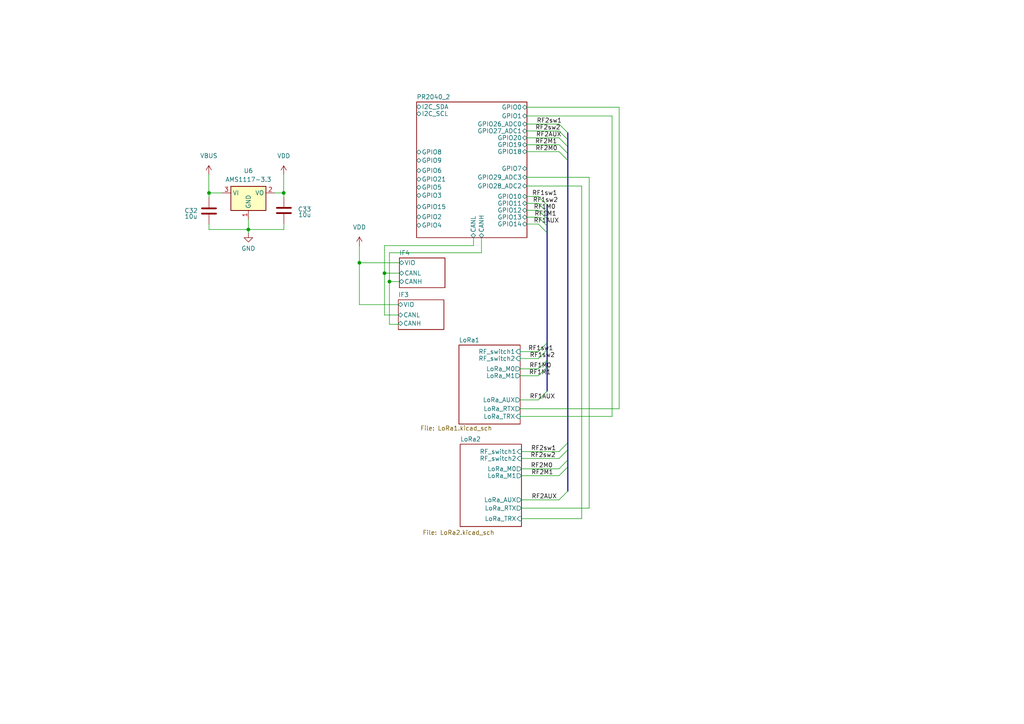
<source format=kicad_sch>
(kicad_sch (version 20231120) (generator "eeschema") (generator_version "8.0")
  (paper "A4")
  (lib_symbols
    (symbol "Device:C" (pin_numbers hide) (pin_names (offset 0.254))
      (property "Reference" "C" (at 0.635 2.54 0))
      (property "Value" "C" (at 0.635 -2.54 0))
      (symbol "C_0_1"
        (polyline (pts (xy -2.032 -0.762) (xy 2.032 -0.762)) (stroke (width 0.508)))
        (polyline (pts (xy -2.032 0.762) (xy 2.032 0.762)) (stroke (width 0.508)))
      )
      (symbol "C_1_1"
        (pin passive line (at 0 3.81 270) (length 2.794) (name "~") (number "1"))
        (pin passive line (at 0 -3.81 90) (length 2.794) (name "~") (number "2"))
      )
    )
    (symbol "Regulator_Linear:AMS1117-3.3"
      (property "Reference" "U" (at -3.81 3.175 0))
      (property "Value" "AMS1117-3.3" (at 0 3.175 0))
      (symbol "AMS1117-3.3_0_1"
        (rectangle (start -5.08 -5.08) (end 5.08 1.905) (stroke (width 0.254)) (fill (type background)))
      )
      (symbol "AMS1117-3.3_1_1"
        (pin power_in line (at 0 -7.62 90) (length 2.54) (name "GND") (number "1"))
        (pin power_out line (at 7.62 0 180) (length 2.54) (name "VO") (number "2"))
        (pin power_in line (at -7.62 0 0) (length 2.54) (name "VI") (number "3"))
      )
    )
    (symbol "power:GND" (power) (pin_numbers hide) (pin_names (offset 0) hide)
      (property "Value" "GND" (at 0 -3.81 0))
      (symbol "GND_0_1"
        (polyline (pts (xy 0 0) (xy 0 -1.27) (xy 1.27 -1.27) (xy 0 -2.54) (xy -1.27 -1.27) (xy 0 -1.27)))
      )
      (symbol "GND_1_1"
        (pin power_in line (at 0 0 270) (length 0) (name "~") (number "1"))
      )
    )
    (symbol "power:VBUS" (power) (pin_numbers hide) (pin_names (offset 0) hide)
      (property "Value" "VBUS" (at 0 3.556 0))
      (symbol "VBUS_0_1"
        (polyline (pts (xy -0.762 1.27) (xy 0 2.54)))
        (polyline (pts (xy 0 0) (xy 0 2.54)))
        (polyline (pts (xy 0 2.54) (xy 0.762 1.27)))
      )
      (symbol "VBUS_1_1"
        (pin power_in line (at 0 0 90) (length 0) (name "~") (number "1"))
      )
    )
    (symbol "power:VDD" (power) (pin_numbers hide) (pin_names (offset 0) hide)
      (property "Value" "VDD" (at 0 3.556 0))
      (symbol "VDD_0_1"
        (polyline (pts (xy -0.762 1.27) (xy 0 2.54)))
        (polyline (pts (xy 0 0) (xy 0 2.54)))
        (polyline (pts (xy 0 2.54) (xy 0.762 1.27)))
      )
      (symbol "VDD_1_1"
        (pin power_in line (at 0 0 90) (length 0) (name "~") (number "1"))
      )
    )
  )
  (junction (at 104.235 76.217))
  (junction (at 82.2876 55.9609))
  (junction (at 111.5192 79.23))
  (junction (at 72.0424 66.5674))
  (junction (at 112.95 81.6674))
  (junction (at 60.6152 55.9609))
  (bus_entry (at 162.146 132.9845) (size 2.54 -2.54))
  (bus_entry (at 156.146 108.9845) (size 2.54 -2.54))
  (bus_entry (at 162.146 137.9845) (size 2.54 -2.54))
  (bus_entry (at 156.146 60.9845) (size 2.54 2.54))
  (bus_entry (at 156.146 58.9845) (size 2.54 2.54))
  (bus_entry (at 156.146 101.9845) (size 2.54 -2.54))
  (bus_entry (at 156.146 64.9845) (size 2.54 2.54))
  (bus_entry (at 162.146 144.9845) (size 2.54 -2.54))
  (bus_entry (at 162.146 37.9845) (size 2.54 2.54))
  (bus_entry (at 156.146 56.9845) (size 2.54 2.54))
  (bus_entry (at 162.146 35.9845) (size 2.54 2.54))
  (bus_entry (at 156.146 62.9845) (size 2.54 2.54))
  (bus_entry (at 156.146 106.9845) (size 2.54 -2.54))
  (bus_entry (at 162.146 135.9845) (size 2.54 -2.54))
  (bus_entry (at 162.146 43.9845) (size 2.54 2.54))
  (bus_entry (at 156.146 115.9845) (size 2.54 -2.54))
  (bus_entry (at 162.146 130.9845) (size 2.54 -2.54))
  (bus_entry (at 162.146 39.9845) (size 2.54 2.54))
  (bus_entry (at 162.146 41.9845) (size 2.54 2.54))
  (bus_entry (at 156.146 103.9845) (size 2.54 -2.54))
  (bus (pts (xy 164.686 46.5245) (xy 164.686 128.4445)))
  (wire (pts (xy 152.8385 39.9845) (xy 162.146 39.9845)))
  (wire (pts (xy 152.8385 64.9845) (xy 156.146 64.9845)))
  (wire (pts (xy 60.5646 50.5662) (xy 60.5646 55.9609)))
  (wire (pts (xy 60.6152 66.5674) (xy 72.0424 66.5674)))
  (wire (pts (xy 150.8863 103.9845) (xy 156.146 103.9845)))
  (bus (pts (xy 158.686 99.4445) (xy 158.686 101.4445)))
  (wire (pts (xy 177.5287 120.784) (xy 150.8863 120.784)))
  (wire (pts (xy 150.8863 108.9845) (xy 156.146 108.9845)))
  (bus (pts (xy 158.686 63.5245) (xy 158.686 65.5245)))
  (wire (pts (xy 179.5795 31.1004) (xy 179.5795 118.556)))
  (bus (pts (xy 164.686 38.5245) (xy 164.686 40.5245)))
  (wire (pts (xy 152.8385 31.1004) (xy 179.5795 31.1004)))
  (wire (pts (xy 151.2448 137.9845) (xy 162.146 137.9845)))
  (bus (pts (xy 164.686 130.4445) (xy 164.686 133.4445)))
  (wire (pts (xy 72.0424 67.66) (xy 72.0424 66.5674)))
  (wire (pts (xy 152.8385 51.4204) (xy 170.8921 51.4204)))
  (wire (pts (xy 150.8863 106.9845) (xy 156.146 106.9845)))
  (wire (pts (xy 82.3383 57.238) (xy 82.3383 55.9609)))
  (wire (pts (xy 151.2448 150.427) (xy 168.7274 150.427)))
  (wire (pts (xy 115.8308 79.23) (xy 111.5192 79.23)))
  (wire (pts (xy 152.8385 33.6404) (xy 177.5287 33.6404)))
  (bus (pts (xy 158.686 101.4445) (xy 158.686 104.4445)))
  (bus (pts (xy 158.686 59.5245) (xy 158.686 61.5245)))
  (wire (pts (xy 152.8385 37.9845) (xy 162.146 37.9845)))
  (wire (pts (xy 104.235 76.217) (xy 104.235 88.3514)))
  (wire (pts (xy 151.2448 132.9845) (xy 162.146 132.9845)))
  (wire (pts (xy 112.95 73.312) (xy 139.6477 73.312)))
  (wire (pts (xy 170.8921 51.4204) (xy 170.8921 147.379)))
  (wire (pts (xy 115.8308 81.6674) (xy 112.95 81.6674)))
  (wire (pts (xy 115.5133 88.3514) (xy 104.235 88.3514)))
  (bus (pts (xy 158.686 65.5245) (xy 158.686 67.5245)))
  (wire (pts (xy 115.8308 76.217) (xy 104.235 76.217)))
  (bus (pts (xy 164.686 133.4445) (xy 164.686 135.4445)))
  (bus (pts (xy 164.686 135.4445) (xy 164.686 142.4445)))
  (bus (pts (xy 158.686 104.4445) (xy 158.686 106.4445)))
  (wire (pts (xy 151.2448 130.9845) (xy 162.146 130.9845)))
  (wire (pts (xy 152.8385 43.9845) (xy 162.146 43.9845)))
  (wire (pts (xy 150.8863 115.9845) (xy 156.146 115.9845)))
  (wire (pts (xy 179.5795 118.556) (xy 150.8863 118.556)))
  (wire (pts (xy 111.5192 71.2375) (xy 111.5192 79.23)))
  (wire (pts (xy 150.8863 101.9845) (xy 156.146 101.9845)))
  (bus (pts (xy 164.686 42.5245) (xy 164.686 44.5245)))
  (wire (pts (xy 72.0424 66.5674) (xy 72.0424 63.5809)))
  (bus (pts (xy 164.686 44.5245) (xy 164.686 46.5245)))
  (wire (pts (xy 137.3436 68.9464) (xy 137.3436 71.2375)))
  (wire (pts (xy 82.3383 66.5674) (xy 72.0424 66.5674)))
  (bus (pts (xy 164.686 128.4445) (xy 164.686 130.4445)))
  (wire (pts (xy 60.6152 57.3899) (xy 60.6152 55.9609)))
  (wire (pts (xy 112.95 94.0733) (xy 115.5133 94.0733)))
  (wire (pts (xy 152.8385 41.9845) (xy 162.146 41.9845)))
  (wire (pts (xy 137.287 68.9464) (xy 137.3436 68.9464)))
  (wire (pts (xy 152.8385 60.9845) (xy 156.146 60.9845)))
  (wire (pts (xy 60.6152 65.0099) (xy 60.6152 66.5674)))
  (wire (pts (xy 168.7274 53.9604) (xy 152.8385 53.9604)))
  (wire (pts (xy 139.6477 68.9464) (xy 139.6477 73.312)))
  (wire (pts (xy 72.0424 63.5809) (xy 72.0483 63.5809)))
  (bus (pts (xy 158.686 61.5245) (xy 158.686 63.5245)))
  (wire (pts (xy 152.8385 56.9845) (xy 156.146 56.9845)))
  (wire (pts (xy 111.5192 79.23) (xy 111.5192 91.3644)))
  (wire (pts (xy 137.3436 71.2375) (xy 111.5192 71.2375)))
  (wire (pts (xy 151.2448 135.9845) (xy 162.146 135.9845)))
  (wire (pts (xy 115.5133 94.0733) (xy 115.5133 93.8018)))
  (wire (pts (xy 152.8385 35.9845) (xy 162.146 35.9845)))
  (wire (pts (xy 152.8385 58.9845) (xy 156.146 58.9845)))
  (wire (pts (xy 111.5192 91.3644) (xy 115.5133 91.3644)))
  (wire (pts (xy 79.6683 55.9609) (xy 82.2876 55.9609)))
  (wire (pts (xy 168.7274 150.427) (xy 168.7274 53.9604)))
  (wire (pts (xy 60.6152 55.9609) (xy 64.4283 55.9609)))
  (wire (pts (xy 82.2876 55.9609) (xy 82.2876 50.6169)))
  (wire (pts (xy 82.2876 55.9609) (xy 82.3383 55.9609)))
  (wire (pts (xy 82.3383 64.858) (xy 82.3383 66.5674)))
  (wire (pts (xy 60.5646 55.9609) (xy 60.6152 55.9609)))
  (wire (pts (xy 151.2448 144.9845) (xy 162.146 144.9845)))
  (wire (pts (xy 112.95 73.312) (xy 112.95 81.6674)))
  (wire (pts (xy 170.8921 147.379) (xy 151.2448 147.379)))
  (bus (pts (xy 158.686 67.5245) (xy 158.686 99.4445)))
  (bus (pts (xy 164.686 40.5245) (xy 164.686 42.5245)))
  (bus (pts (xy 158.686 106.4445) (xy 158.686 113.4445)))
  (wire (pts (xy 152.8385 62.9845) (xy 156.146 62.9845)))
  (wire (pts (xy 112.95 81.6674) (xy 112.95 94.0733)))
  (wire (pts (xy 104.235 71.2817) (xy 104.235 76.217)))
  (wire (pts (xy 177.5287 33.6404) (xy 177.5287 120.784)))
  (label "RF2sw2" (at 153.8441 132.9845 0))
  (label "RF1M0" (at 154.7668 60.9845 0))
  (label "RF2sw2" (at 155.2366 37.9845 0))
  (label "RF2sw1" (at 155.6417 35.9845 0))
  (label "RF1sw2" (at 154.5389 58.9845 0))
  (label "RF2M1" (at 155.186 41.9845 0))
  (label "RF1M1" (at 153.4109 108.9845 0))
  (label "RF1AUX" (at 154.7682 64.9845 0))
  (label "RF1M0" (at 153.5136 106.9845 0))
  (label "RF2M1" (at 154.072 137.9845 0))
  (label "RF1sw1" (at 154.3111 56.9845 0))
  (label "RF2AUX" (at 155.4634 39.9845 0))
  (label "RF1AUX" (at 153.6131 115.9845 0))
  (label "RF2M0" (at 153.92 135.9845 0))
  (label "RF1sw1" (at 153.1718 101.9845 0))
  (label "RF1sw2" (at 153.6275 103.9845 0))
  (label "RF2M0" (at 155.2833 43.9845 0))
  (label "RF2AUX" (at 154.1479 144.9845 0))
  (label "RF1M1" (at 154.9947 62.9845 0))
  (label "RF2sw1" (at 153.996 130.9845 0))
  (symbol (lib_id "power:VBUS") (at 60.5646 50.5662 0) (unit 1)
    (property "Reference" "#PWR02" (effects (hide yes)))
    (property "Value" "VBUS" (at 60.5646 45.1886 0))
    (property "Description" "Power symbol creates a global label with name \"VBUS\"" (effects (hide yes)))
  )
  (symbol (lib_id "power:VDD") (at 82.2876 50.6169 0) (unit 1)
    (property "Reference" "#PWR03" (effects (hide yes)))
    (property "Value" "VDD" (at 82.2876 45.2181 0))
    (property "Description" "Power symbol creates a global label with name \"VDD\"" (effects (hide yes)))
  )
  (symbol (lib_id "Regulator_Linear:AMS1117-3.3") (at 72.0483 55.9609 0) (unit 1)
    (property "Reference" "U6" (at 72.0483 49.53 0))
    (property "Value" "AMS1117-3.3" (at 72.0483 52.07 0))
    (property "Footprint" "Package_TO_SOT_SMD:SOT-223-3_TabPin2" (effects (hide yes)))
    (property "Datasheet" "http://www.advanced-monolithic.com/pdf/ds1117.pdf" (effects (hide yes)))
    (property "Description" "1A Low Dropout regulator, positive, 3.3V fixed output, SOT-223" (effects (hide yes)))
    (property "LCSC" "C6186" (effects (hide yes)))
  )
  (symbol (lib_id "Device:C") (at 82.3383 61.048 0) (unit 1)
    (property "Reference" "C33" (at 86.3849 60.6935 0) (effects (justify left)))
    (property "Value" "10u" (at 86.4931 62.3179 0) (effects (justify left)))
    (property "Footprint" "Capacitor_SMD:C_0603_1608Metric" (effects (hide yes)))
    (property "Description" "Unpolarized capacitor" (effects (hide yes)))
    (property "LCSC" "C96446" (effects (hide yes)))
  )
  (symbol (lib_id "Device:C") (at 60.6152 61.1999 0) (unit 1)
    (property "Reference" "C32" (at 53.4713 61.0986 0) (effects (justify left)))
    (property "Value" "10u" (at 53.505 62.7865 0) (effects (justify left)))
    (property "Footprint" "Capacitor_SMD:C_0603_1608Metric" (effects (hide yes)))
    (property "Description" "Unpolarized capacitor" (effects (hide yes)))
    (property "LCSC" "C96446" (effects (hide yes)))
  )
  (symbol (lib_id "power:VDD") (at 104.235 71.2817 0) (unit 1)
    (property "Reference" "#PWR01" (effects (hide yes)))
    (property "Value" "VDD" (at 104.235 65.8929 0))
    (property "Description" "Power symbol creates a global label with name \"VDD\"" (effects (hide yes)))
  )
  (symbol (lib_id "power:GND") (at 72.0424 67.66 0) (unit 1)
    (property "Reference" "#PWR036" (effects (hide yes)))
    (property "Value" "GND" (at 72.0424 72.0693 0))
    (property "Description" "Power symbol creates a global label with name \"GND\" , ground" (effects (hide yes)))
  )
  (sheet (at 133.4648 128.837) (size 17.78 23.876) (stroke (width 0.1524))
    (property "Sheetname" "LoRa2" (at 133.4648 128.1254 0) (effects (justify left bottom)))
    (property "Sheetfile" "LoRa2.kicad_sch" (at 122.5428 153.729 0) (effects (justify left top)))
    (pin "RF_switch2" input (at 151.2448 132.9845 0))
    (pin "RF_switch1" input (at 151.2448 130.9845 0))
    (pin "LoRa_M0" output (at 151.2448 135.9845 0))
    (pin "LoRa_AUX" output (at 151.2448 144.9845 0))
    (pin "LoRa_M1" output (at 151.2448 137.9845 0))
    (pin "LoRa_RTX" output (at 151.2448 147.379 0))
    (pin "LoRa_TRX" input (at 151.2448 150.427 0))
  )
  (sheet (at 120.8345 29.5764) (size 32.004 39.37) (stroke (width 0.1524))
    (property "Sheetname" "PR2040_2" (at 120.8345 28.8648 0) (effects (justify left bottom)))
    (property "Sheetfile" "RP2040Core.kicad_sch" (effects (hide yes)))
    (pin "GPIO1" bidirectional (at 152.8385 33.6404 0))
    (pin "GPIO0" bidirectional (at 152.8385 31.1004 0))
    (pin "GPIO7" bidirectional (at 152.8385 48.8804 0))
    (pin "CANL" bidirectional (at 137.287 68.9464 270))
    (pin "CANH" bidirectional (at 139.6477 68.9464 270))
    (pin "I2C_SDA" bidirectional (at 120.8345 30.9845 180))
    (pin "I2C_SCL" bidirectional (at 120.8345 32.9845 180))
    (pin "GPIO15" bidirectional (at 120.8345 59.9845 180))
    (pin "GPIO18" bidirectional (at 152.8385 43.9845 0))
    (pin "GPIO20" bidirectional (at 152.8385 39.9845 0))
    (pin "GPIO21" bidirectional (at 120.8345 51.9845 180))
    (pin "GPIO19" bidirectional (at 152.8385 41.9845 0))
    (pin "GPIO12" bidirectional (at 152.8385 60.9845 0))
    (pin "GPIO14" bidirectional (at 152.8385 64.9845 0))
    (pin "GPIO11" bidirectional (at 152.8385 58.9845 0))
    (pin "GPIO10" bidirectional (at 152.8385 56.9845 0))
    (pin "GPIO13" bidirectional (at 152.8385 62.9845 0))
    (pin "GPIO28_ADC2" bidirectional (at 152.8385 53.9604 0))
    (pin "GPIO27_ADC1" bidirectional (at 152.8385 37.9845 0))
    (pin "GPIO29_ADC3" bidirectional (at 152.8385 51.4204 0))
    (pin "GPIO26_ADC0" bidirectional (at 152.8385 35.9845 0))
    (pin "GPIO2" bidirectional (at 120.8345 62.9082 180))
    (pin "GPIO4" bidirectional (at 120.8345 65.3388 180))
    (pin "GPIO3" bidirectional (at 120.8345 56.6799 180))
    (pin "GPIO5" bidirectional (at 120.8345 54.3253 180))
    (pin "GPIO6" bidirectional (at 120.8345 49.4642 180))
    (pin "GPIO8" bidirectional (at 120.8345 44.112 180))
    (pin "GPIO9" bidirectional (at 120.8345 46.538 180))
  )
  (sheet (at 133.1063 100.0845) (size 17.78 22.9072) (stroke (width 0.1524))
    (property "Sheetname" "LoRa1" (at 133.1063 99.3729 0) (effects (justify left bottom)))
    (property "Sheetfile" "LoRa1.kicad_sch" (at 121.873 123.471 0) (effects (justify left top)))
    (pin "RF_switch2" input (at 150.8863 103.9845 0))
    (pin "RF_switch1" input (at 150.8863 101.9845 0))
    (pin "LoRa_M0" output (at 150.8863 106.9845 0))
    (pin "LoRa_AUX" output (at 150.8863 115.9845 0))
    (pin "LoRa_M1" output (at 150.8863 108.9845 0))
    (pin "LoRa_RTX" output (at 150.8863 118.556 0))
    (pin "LoRa_TRX" input (at 150.8863 120.784 0))
  )
  (sheet (at 115.5133 86.9438) (size 13.23 8.636) (stroke (width 0.1524))
    (property "Sheetname" "IF3" (at 115.5133 86.2322 0) (effects (justify left bottom)))
    (property "Sheetfile" "ModuleIFSimple.kicad_sch" (effects (hide yes)))
    (pin "CANL" bidirectional (at 115.5133 91.3644 180))
    (pin "VIO" bidirectional (at 115.5133 88.3514 180))
    (pin "CANH" bidirectional (at 115.5133 93.8018 180))
  )
  (sheet (at 115.8308 74.8094) (size 13.23 8.636) (stroke (width 0.1524))
    (property "Sheetname" "IF4" (at 115.8308 74.0978 0) (effects (justify left bottom)))
    (property "Sheetfile" "ModuleIFSimple.kicad_sch" (effects (hide yes)))
    (pin "CANL" bidirectional (at 115.8308 79.23 180))
    (pin "VIO" bidirectional (at 115.8308 76.217 180))
    (pin "CANH" bidirectional (at 115.8308 81.6674 180))
  )
)
</source>
